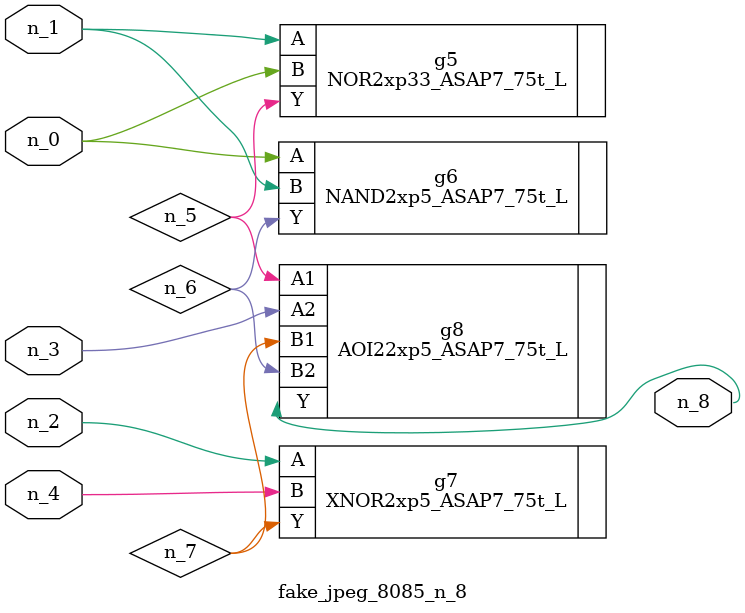
<source format=v>
module fake_jpeg_8085_n_8 (n_3, n_2, n_1, n_0, n_4, n_8);

input n_3;
input n_2;
input n_1;
input n_0;
input n_4;

output n_8;

wire n_6;
wire n_5;
wire n_7;

NOR2xp33_ASAP7_75t_L g5 ( 
.A(n_1),
.B(n_0),
.Y(n_5)
);

NAND2xp5_ASAP7_75t_L g6 ( 
.A(n_0),
.B(n_1),
.Y(n_6)
);

XNOR2xp5_ASAP7_75t_L g7 ( 
.A(n_2),
.B(n_4),
.Y(n_7)
);

AOI22xp5_ASAP7_75t_L g8 ( 
.A1(n_5),
.A2(n_3),
.B1(n_7),
.B2(n_6),
.Y(n_8)
);


endmodule
</source>
